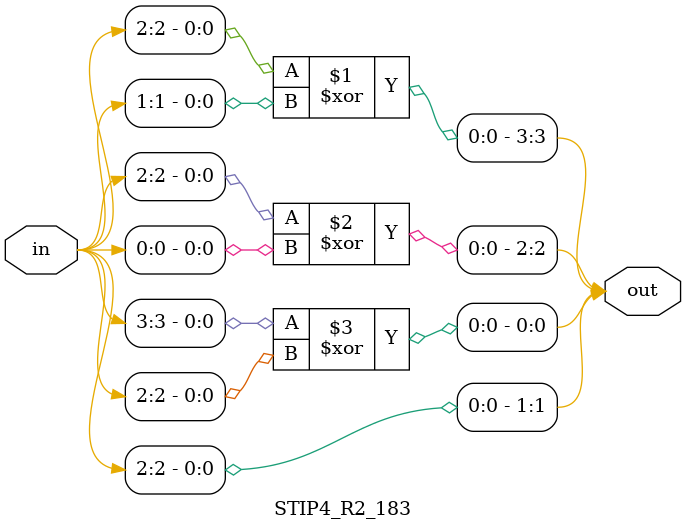
<source format=v>
module  STIP4_R2_183(in,out);
input[3:0] in;
output[3:0] out;
wire[3:0] out;
assign out[3]=in[2]^in[1];
assign out[2]=in[2]^in[0];
assign out[1]=in[2];
assign out[0]=in[3]^in[2];
endmodule

</source>
